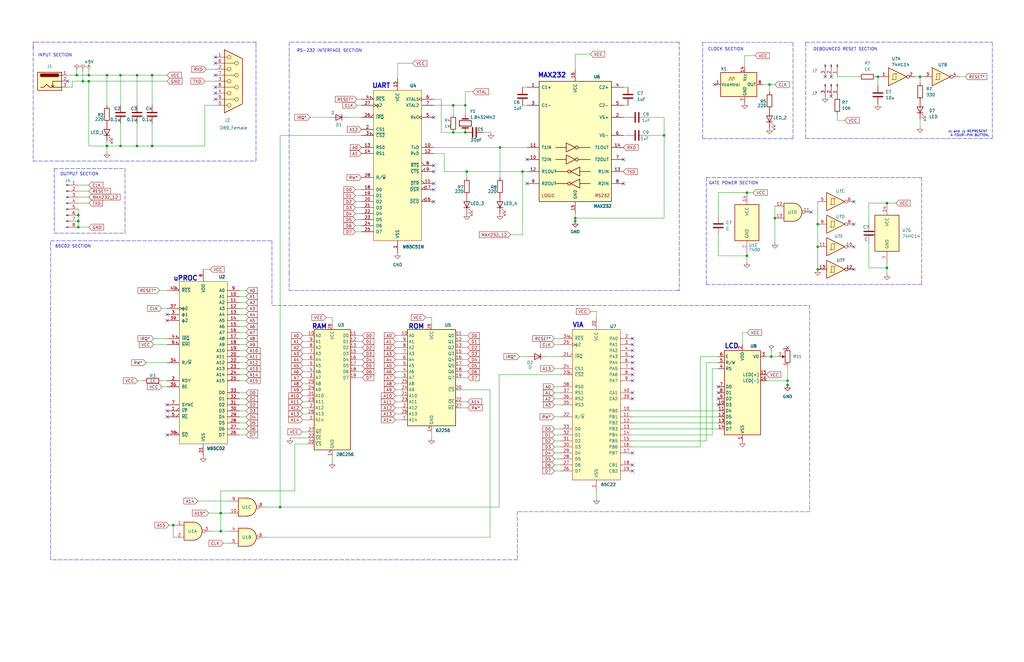
<source format=kicad_sch>
(kicad_sch (version 20211123) (generator eeschema)
  (paper "B")
  (title_block (title "1MHZ 8-BIT 6502 COMPUTER") (date "2024-01-21") (rev "1.5") (company "Tim Sanders") (comment 1 "Special thanks to Ben Eater."))
  (junction (at 374.015 85.725))
  (junction (at 37.465 31.75))
  (junction (at 242.57 93.345))
  (junction (at 37.465 34.29))
  (junction (at 242.57 92.075))
  (junction (at 118.11 213.995))
  (junction (at 280.035 57.15))
  (junction (at 32.385 31.75))
  (junction (at 64.135 61.595))
  (junction (at 196.85 72.39))
  (junction (at 45.085 61.595))
  (junction (at 370.205 32.385))
  (junction (at 45.085 31.75))
  (junction (at 93.091 224.155))
  (junction (at 387.985 32.385))
  (junction (at 93.091 216.535))
  (junction (at 33.02 95.885))
  (junction (at 50.8 31.75))
  (junction (at 196.215 44.45))
  (junction (at 344.805 104.14))
  (junction (at 324.485 35.687))
  (junction (at 374.015 113.03))
  (junction (at 220.345 72.39))
  (junction (at 57.785 61.595))
  (junction (at 73.025 221.615))
  (junction (at 344.805 94.615))
  (junction (at 325.247 150.495))
  (junction (at 344.805 113.665))
  (junction (at 57.785 31.75))
  (junction (at 33.02 93.345))
  (junction (at 314.96 107.95))
  (junction (at 332.105 160.655))
  (junction (at 34.925 34.29))
  (junction (at 191.135 44.45))
  (junction (at 33.02 90.805))
  (junction (at 326.771 92.075))
  (junction (at 191.135 55.88))
  (junction (at 64.135 31.75))
  (junction (at 196.215 55.88))
  (junction (at 210.82 62.23))
  (junction (at 332.105 162.433))
  (junction (at 50.8 61.595))
  (junction (at 314.96 81.28))
  (no_connect (at 182.88 49.53))
  (no_connect (at 222.25 67.31))
  (no_connect (at 302.895 170.815))
  (no_connect (at 266.7 198.755))
  (no_connect (at 342.011 89.535))
  (no_connect (at 266.7 142.875))
  (no_connect (at 28.575 34.29))
  (no_connect (at 70.485 132.715))
  (no_connect (at 302.895 165.735))
  (no_connect (at 350.52 40.64))
  (no_connect (at 266.7 155.575))
  (no_connect (at 262.89 77.47))
  (no_connect (at 266.7 145.415))
  (no_connect (at 70.485 170.815))
  (no_connect (at 182.88 85.09))
  (no_connect (at 360.045 94.615))
  (no_connect (at 266.7 196.215))
  (no_connect (at 266.7 158.115))
  (no_connect (at 182.88 69.85))
  (no_connect (at 266.7 168.275))
  (no_connect (at 266.7 160.655))
  (no_connect (at 301.371 35.687))
  (no_connect (at 332.105 146.685))
  (no_connect (at 347.98 32.385))
  (no_connect (at 360.045 104.14))
  (no_connect (at 302.895 163.195))
  (no_connect (at 182.88 77.47))
  (no_connect (at 90.805 26.67))
  (no_connect (at 350.52 32.385))
  (no_connect (at 70.485 173.355))
  (no_connect (at 360.045 113.665))
  (no_connect (at 90.805 24.13))
  (no_connect (at 266.7 153.035))
  (no_connect (at 90.805 36.83))
  (no_connect (at 90.805 31.75))
  (no_connect (at 302.895 168.275))
  (no_connect (at 266.7 147.955))
  (no_connect (at 262.89 67.31))
  (no_connect (at 70.485 135.255))
  (no_connect (at 90.805 39.37))
  (no_connect (at 266.7 165.735))
  (no_connect (at 266.7 191.135))
  (no_connect (at 70.485 175.895))
  (no_connect (at 222.25 77.47))
  (no_connect (at 360.045 85.09))
  (no_connect (at 182.88 80.01))
  (no_connect (at 182.88 72.39))
  (no_connect (at 90.805 41.91))
  (no_connect (at 266.7 150.495))
  (no_connect (at 70.485 183.515))
  (wire (pts (xy 129.921 169.545) (xy 127.635 169.545)))
  (wire (pts (xy 89.027 224.155) (xy 93.091 224.155)))
  (wire (pts (xy 28.575 31.75) (xy 32.385 31.75)))
  (wire (pts (xy 326.771 92.075) (xy 326.771 102.235)))
  (wire (pts (xy 152.4 87.63) (xy 149.86 87.63)))
  (wire (pts (xy 32.385 29.845) (xy 32.385 31.75)))
  (wire (pts (xy 194.691 159.385) (xy 197.231 159.385)))
  (wire (pts (xy 272.415 49.53) (xy 280.035 49.53)))
  (wire (pts (xy 251.587 131.445) (xy 249.047 131.445)))
  (wire (pts (xy 332.105 154.305) (xy 332.105 160.655)))
  (wire (pts (xy 186.055 41.91) (xy 186.055 55.88)))
  (wire (pts (xy 206.629 164.465) (xy 206.629 226.695)))
  (wire (pts (xy 100.965 150.495) (xy 103.759 150.495)))
  (wire (pts (xy 93.091 224.155) (xy 96.647 224.155)))
  (wire (pts (xy 100.965 155.575) (xy 103.759 155.575)))
  (wire (pts (xy 150.241 141.605) (xy 152.781 141.605)))
  (polyline (pts (xy 334.391 58.547) (xy 334.391 17.907)))
  (wire (pts (xy 220.345 36.83) (xy 222.25 36.83)))
  (polyline (pts (xy 121.92 114.935) (xy 121.92 122.555)))
  (polyline (pts (xy 114.681 128.905) (xy 341.376 128.905)))
  (wire (pts (xy 236.22 198.755) (xy 233.807 198.755)))
  (wire (pts (xy 169.291 174.625) (xy 166.751 174.625)))
  (wire (pts (xy 30.48 34.29) (xy 34.925 34.29)))
  (wire (pts (xy 33.02 93.345) (xy 33.02 95.885)))
  (wire (pts (xy 387.985 32.385) (xy 389.255 32.385)))
  (wire (pts (xy 118.11 57.15) (xy 118.11 213.995)))
  (wire (pts (xy 324.485 35.687) (xy 324.485 38.735)))
  (polyline (pts (xy 13.97 17.78) (xy 14.605 17.78)))
  (wire (pts (xy 93.091 207.137) (xy 93.091 216.535)))
  (wire (pts (xy 129.921 159.385) (xy 127.635 159.385)))
  (wire (pts (xy 100.965 170.815) (xy 103.759 170.815)))
  (polyline (pts (xy 121.92 17.78) (xy 121.92 22.225)))
  (wire (pts (xy 86.36 44.45) (xy 90.805 44.45)))
  (wire (pts (xy 58.039 160.655) (xy 60.579 160.655)))
  (wire (pts (xy 37.465 34.29) (xy 70.485 34.29)))
  (polyline (pts (xy 388.62 120.015) (xy 388.62 74.93)))
  (wire (pts (xy 34.925 34.29) (xy 37.465 34.29)))
  (wire (pts (xy 100.965 130.175) (xy 103.759 130.175)))
  (wire (pts (xy 45.085 31.75) (xy 45.085 44.45)))
  (wire (pts (xy 127.381 182.245) (xy 129.921 182.245)))
  (wire (pts (xy 150.495 44.45) (xy 152.4 44.45)))
  (wire (pts (xy 280.035 57.15) (xy 280.035 92.075)))
  (wire (pts (xy 50.8 31.75) (xy 50.8 44.45)))
  (polyline (pts (xy 52.705 98.425) (xy 52.705 91.44)))
  (polyline (pts (xy 13.97 19.685) (xy 13.97 67.945)))
  (wire (pts (xy 302.895 99.06) (xy 302.895 107.95)))
  (wire (pts (xy 236.22 186.055) (xy 233.807 186.055)))
  (wire (pts (xy 169.291 141.605) (xy 166.751 141.605)))
  (wire (pts (xy 152.4 95.25) (xy 149.86 95.25)))
  (wire (pts (xy 344.805 94.615) (xy 344.805 104.14)))
  (wire (pts (xy 210.82 62.23) (xy 222.25 62.23)))
  (wire (pts (xy 194.691 146.685) (xy 197.231 146.685)))
  (wire (pts (xy 236.22 193.675) (xy 233.807 193.675)))
  (wire (pts (xy 262.89 44.45) (xy 264.795 44.45)))
  (wire (pts (xy 30.48 36.83) (xy 28.575 36.83)))
  (wire (pts (xy 187.325 72.39) (xy 187.325 64.77)))
  (wire (pts (xy 196.85 72.39) (xy 187.325 72.39)))
  (polyline (pts (xy 107.95 17.78) (xy 13.97 17.78)))
  (wire (pts (xy 64.135 61.595) (xy 57.785 61.595)))
  (polyline (pts (xy 296.291 17.907) (xy 334.391 17.907)))
  (wire (pts (xy 387.985 50.165) (xy 387.985 53.34)))
  (wire (pts (xy 266.7 173.355) (xy 302.895 173.355)))
  (wire (pts (xy 152.4 97.79) (xy 149.86 97.79)))
  (polyline (pts (xy 21.336 145.415) (xy 21.336 236.22)))
  (wire (pts (xy 370.205 32.385) (xy 370.84 32.385)))
  (wire (pts (xy 150.241 156.845) (xy 152.781 156.845)))
  (wire (pts (xy 302.895 153.035) (xy 297.815 153.035)))
  (wire (pts (xy 93.091 216.535) (xy 93.091 224.155)))
  (wire (pts (xy 146.685 49.53) (xy 152.4 49.53)))
  (wire (pts (xy 57.785 31.75) (xy 57.785 44.45)))
  (polyline (pts (xy 13.97 67.945) (xy 107.95 67.945)))
  (wire (pts (xy 314.96 107.95) (xy 314.96 110.49)))
  (wire (pts (xy 196.85 72.39) (xy 196.85 74.93)))
  (wire (pts (xy 33.02 83.185) (xy 37.465 83.185)))
  (wire (pts (xy 366.395 85.725) (xy 374.015 85.725)))
  (wire (pts (xy 129.921 149.225) (xy 127.635 149.225)))
  (wire (pts (xy 57.785 52.07) (xy 57.785 61.595)))
  (wire (pts (xy 374.015 85.725) (xy 377.825 85.725)))
  (wire (pts (xy 150.241 151.765) (xy 152.781 151.765)))
  (polyline (pts (xy 296.291 17.907) (xy 296.291 58.547)))
  (wire (pts (xy 194.691 154.305) (xy 197.231 154.305)))
  (wire (pts (xy 272.415 57.15) (xy 280.035 57.15)))
  (polyline (pts (xy 22.86 98.425) (xy 52.705 98.425)))
  (wire (pts (xy 100.965 180.975) (xy 103.759 180.975)))
  (wire (pts (xy 314.96 106.68) (xy 314.96 107.95)))
  (polyline (pts (xy 286.385 114.935) (xy 286.385 122.555)))
  (wire (pts (xy 236.22 180.975) (xy 233.807 180.975)))
  (wire (pts (xy 33.02 90.805) (xy 33.02 93.345)))
  (wire (pts (xy 129.921 174.625) (xy 127.635 174.625)))
  (wire (pts (xy 194.691 169.545) (xy 197.231 169.545)))
  (wire (pts (xy 297.815 153.035) (xy 297.815 186.055)))
  (wire (pts (xy 169.291 144.145) (xy 166.751 144.145)))
  (wire (pts (xy 314.96 81.28) (xy 317.5 81.28)))
  (wire (pts (xy 353.06 50.8) (xy 356.235 50.8)))
  (wire (pts (xy 96.647 216.535) (xy 93.091 216.535)))
  (wire (pts (xy 196.215 44.45) (xy 191.135 44.45)))
  (wire (pts (xy 124.333 207.137) (xy 93.091 207.137)))
  (wire (pts (xy 64.77 142.875) (xy 70.485 142.875)))
  (polyline (pts (xy 339.725 58.42) (xy 418.465 58.42)))
  (wire (pts (xy 233.807 165.735) (xy 236.22 165.735)))
  (wire (pts (xy 220.345 72.39) (xy 196.85 72.39)))
  (wire (pts (xy 374.015 111.125) (xy 374.015 113.03)))
  (wire (pts (xy 251.46 133.985) (xy 251.587 131.445)))
  (wire (pts (xy 129.921 177.165) (xy 127.635 177.165)))
  (wire (pts (xy 325.247 150.495) (xy 328.295 150.495)))
  (wire (pts (xy 236.22 158.115) (xy 210.439 158.115)))
  (wire (pts (xy 152.4 85.09) (xy 149.86 85.09)))
  (polyline (pts (xy 418.465 58.42) (xy 418.465 17.78)))
  (wire (pts (xy 262.89 49.53) (xy 264.795 49.53)))
  (polyline (pts (xy 297.815 74.93) (xy 388.62 74.93)))
  (polyline (pts (xy 285.75 122.555) (xy 286.385 122.555)))
  (wire (pts (xy 100.965 168.275) (xy 103.759 168.275)))
  (wire (pts (xy 100.965 135.255) (xy 103.759 135.255)))
  (wire (pts (xy 33.02 80.645) (xy 37.465 80.645)))
  (wire (pts (xy 366.395 94.615) (xy 366.395 85.725)))
  (wire (pts (xy 129.921 156.845) (xy 127.635 156.845)))
  (wire (pts (xy 68.199 160.655) (xy 70.485 160.655)))
  (wire (pts (xy 386.08 32.385) (xy 387.985 32.385)))
  (polyline (pts (xy 339.725 17.78) (xy 418.465 17.78)))
  (wire (pts (xy 33.02 95.885) (xy 37.465 95.885)))
  (wire (pts (xy 86.36 61.595) (xy 64.135 61.595)))
  (wire (pts (xy 124.333 187.325) (xy 124.333 207.137)))
  (wire (pts (xy 169.291 161.925) (xy 166.751 161.925)))
  (wire (pts (xy 242.57 22.86) (xy 242.57 29.21)))
  (wire (pts (xy 181.991 133.985) (xy 181.991 136.525)))
  (wire (pts (xy 64.135 31.75) (xy 70.485 31.75)))
  (wire (pts (xy 64.77 145.415) (xy 70.485 145.415)))
  (wire (pts (xy 85.725 113.665) (xy 88.519 113.665)))
  (wire (pts (xy 129.921 141.605) (xy 127.635 141.605)))
  (wire (pts (xy 73.787 226.695) (xy 73.025 226.695)))
  (polyline (pts (xy 341.376 215.9) (xy 218.186 215.9)))
  (wire (pts (xy 302.895 107.95) (xy 314.96 107.95)))
  (wire (pts (xy 210.82 62.23) (xy 210.82 74.93)))
  (wire (pts (xy 129.921 154.305) (xy 127.635 154.305)))
  (wire (pts (xy 251.46 207.645) (xy 251.587 210.185)))
  (wire (pts (xy 369.57 32.385) (xy 370.205 32.385)))
  (wire (pts (xy 152.4 82.55) (xy 149.86 82.55)))
  (wire (pts (xy 100.965 125.095) (xy 103.759 125.095)))
  (polyline (pts (xy 286.385 122.555) (xy 285.75 122.555)))
  (wire (pts (xy 100.965 122.555) (xy 103.759 122.555)))
  (polyline (pts (xy 21.336 101.6) (xy 114.681 101.6)))
  (wire (pts (xy 179.451 133.985) (xy 181.991 133.985)))
  (wire (pts (xy 140.081 136.525) (xy 140.081 133.985)))
  (wire (pts (xy 67.31 122.555) (xy 70.485 122.555)))
  (wire (pts (xy 266.7 180.975) (xy 302.895 180.975)))
  (wire (pts (xy 332.105 160.655) (xy 332.105 162.433)))
  (wire (pts (xy 233.807 155.575) (xy 236.22 155.575)))
  (wire (pts (xy 100.965 158.115) (xy 103.759 158.115)))
  (wire (pts (xy 182.88 41.91) (xy 186.055 41.91)))
  (wire (pts (xy 45.085 61.595) (xy 45.085 64.135)))
  (wire (pts (xy 68.199 130.175) (xy 70.485 130.175)))
  (wire (pts (xy 150.495 41.91) (xy 152.4 41.91)))
  (wire (pts (xy 370.205 32.385) (xy 370.205 36.195)))
  (wire (pts (xy 314.071 23.495) (xy 314.071 28.067)))
  (wire (pts (xy 100.965 127.635) (xy 103.759 127.635)))
  (polyline (pts (xy 218.186 215.9) (xy 218.186 236.22)))
  (wire (pts (xy 100.965 165.735) (xy 103.759 165.735)))
  (wire (pts (xy 297.815 186.055) (xy 266.7 186.055)))
  (wire (pts (xy 182.88 44.45) (xy 191.135 44.45)))
  (wire (pts (xy 129.921 161.925) (xy 127.635 161.925)))
  (wire (pts (xy 33.02 88.265) (xy 33.02 90.805)))
  (wire (pts (xy 242.57 90.17) (xy 242.57 92.075)))
  (wire (pts (xy 33.02 85.725) (xy 37.465 85.725)))
  (wire (pts (xy 187.325 64.77) (xy 182.88 64.77)))
  (wire (pts (xy 57.785 61.595) (xy 50.8 61.595)))
  (wire (pts (xy 129.921 144.145) (xy 127.635 144.145)))
  (polyline (pts (xy 107.95 67.945) (xy 107.95 19.685)))
  (wire (pts (xy 169.291 159.385) (xy 166.751 159.385)))
  (wire (pts (xy 169.291 154.305) (xy 166.751 154.305)))
  (wire (pts (xy 194.691 144.145) (xy 197.231 144.145)))
  (polyline (pts (xy 22.86 71.12) (xy 52.705 71.12)))
  (wire (pts (xy 37.465 61.595) (xy 45.085 61.595)))
  (polyline (pts (xy 107.95 17.78) (xy 107.95 20.32)))
  (polyline (pts (xy 286.385 114.935) (xy 286.385 17.78)))
  (wire (pts (xy 191.135 44.45) (xy 191.135 48.26)))
  (wire (pts (xy 100.965 140.335) (xy 103.759 140.335)))
  (wire (pts (xy 61.595 153.035) (xy 70.485 153.035)))
  (wire (pts (xy 262.89 57.15) (xy 264.795 57.15)))
  (polyline (pts (xy 22.86 91.44) (xy 22.86 98.425)))
  (polyline (pts (xy 121.92 22.225) (xy 121.92 114.935)))
  (wire (pts (xy 73.025 221.615) (xy 73.787 221.615)))
  (wire (pts (xy 387.985 32.385) (xy 387.985 34.925)))
  (wire (pts (xy 236.22 196.215) (xy 233.807 196.215)))
  (polyline (pts (xy 121.92 122.555) (xy 286.385 122.555)))
  (wire (pts (xy 353.06 32.385) (xy 361.95 32.385)))
  (wire (pts (xy 194.691 141.605) (xy 197.231 141.605)))
  (wire (pts (xy 248.92 22.86) (xy 242.57 22.86)))
  (polyline (pts (xy 297.815 74.93) (xy 297.815 120.015)))
  (wire (pts (xy 129.921 172.085) (xy 127.635 172.085)))
  (wire (pts (xy 30.48 34.29) (xy 30.48 36.83)))
  (wire (pts (xy 169.291 169.545) (xy 166.751 169.545)))
  (wire (pts (xy 150.241 159.385) (xy 152.781 159.385)))
  (polyline (pts (xy 218.186 236.22) (xy 21.336 236.22)))
  (wire (pts (xy 222.25 72.39) (xy 220.345 72.39)))
  (wire (pts (xy 344.805 85.09) (xy 344.805 94.615)))
  (wire (pts (xy 169.291 149.225) (xy 166.751 149.225)))
  (wire (pts (xy 233.807 170.815) (xy 236.22 170.815)))
  (wire (pts (xy 169.291 151.765) (xy 166.751 151.765)))
  (wire (pts (xy 220.345 44.45) (xy 222.25 44.45)))
  (wire (pts (xy 152.4 57.15) (xy 118.11 57.15)))
  (wire (pts (xy 129.921 167.005) (xy 127.635 167.005)))
  (polyline (pts (xy 297.815 120.015) (xy 388.62 120.015)))
  (wire (pts (xy 325.247 148.209) (xy 325.247 150.495)))
  (wire (pts (xy 45.085 31.75) (xy 50.8 31.75)))
  (wire (pts (xy 318.389 23.495) (xy 314.071 23.495)))
  (wire (pts (xy 353.06 48.26) (xy 353.06 50.8)))
  (wire (pts (xy 169.291 156.845) (xy 166.751 156.845)))
  (wire (pts (xy 100.965 137.795) (xy 103.759 137.795)))
  (wire (pts (xy 71.247 221.615) (xy 73.025 221.615)))
  (wire (pts (xy 100.965 173.355) (xy 103.759 173.355)))
  (wire (pts (xy 100.965 160.655) (xy 103.759 160.655)))
  (wire (pts (xy 194.691 156.845) (xy 197.231 156.845)))
  (wire (pts (xy 315.087 140.335) (xy 313.055 140.335)))
  (wire (pts (xy 332.105 160.655) (xy 323.215 160.655)))
  (wire (pts (xy 196.215 38.735) (xy 196.215 44.45)))
  (wire (pts (xy 266.7 175.895) (xy 302.895 175.895)))
  (polyline (pts (xy 341.376 128.905) (xy 341.376 215.9)))
  (wire (pts (xy 233.807 142.875) (xy 236.22 142.875)))
  (wire (pts (xy 280.035 49.53) (xy 280.035 57.15)))
  (wire (pts (xy 300.355 183.515) (xy 300.355 155.575)))
  (wire (pts (xy 169.291 177.165) (xy 166.751 177.165)))
  (wire (pts (xy 203.835 55.88) (xy 207.01 55.88)))
  (wire (pts (xy 140.081 133.985) (xy 137.541 133.985)))
  (wire (pts (xy 220.345 99.06) (xy 220.345 72.39)))
  (wire (pts (xy 230.505 150.495) (xy 236.22 150.495)))
  (wire (pts (xy 326.771 86.995) (xy 326.771 92.075)))
  (wire (pts (xy 129.921 164.465) (xy 127.635 164.465)))
  (wire (pts (xy 236.22 188.595) (xy 233.807 188.595)))
  (wire (pts (xy 83.439 211.455) (xy 96.647 211.455)))
  (wire (pts (xy 323.215 150.495) (xy 325.247 150.495)))
  (wire (pts (xy 344.805 104.14) (xy 344.805 113.665)))
  (wire (pts (xy 129.921 187.325) (xy 124.333 187.325)))
  (wire (pts (xy 295.275 188.595) (xy 295.275 150.495)))
  (wire (pts (xy 50.8 61.595) (xy 45.085 61.595)))
  (wire (pts (xy 122.301 184.785) (xy 129.921 184.785)))
  (wire (pts (xy 233.807 163.195) (xy 236.22 163.195)))
  (wire (pts (xy 219.075 150.495) (xy 222.885 150.495)))
  (wire (pts (xy 404.495 32.385) (xy 407.035 32.385)))
  (wire (pts (xy 152.4 90.17) (xy 149.86 90.17)))
  (wire (pts (xy 152.4 92.71) (xy 149.86 92.71)))
  (wire (pts (xy 182.88 62.23) (xy 210.82 62.23)))
  (wire (pts (xy 169.291 167.005) (xy 166.751 167.005)))
  (polyline (pts (xy 21.336 144.78) (xy 21.336 101.6)))
  (wire (pts (xy 194.691 172.085) (xy 197.231 172.085)))
  (wire (pts (xy 150.241 149.225) (xy 152.781 149.225)))
  (wire (pts (xy 94.107 229.235) (xy 96.647 229.235)))
  (wire (pts (xy 242.57 92.075) (xy 280.035 92.075)))
  (wire (pts (xy 86.36 34.29) (xy 90.805 34.29)))
  (wire (pts (xy 266.7 178.435) (xy 302.895 178.435)))
  (polyline (pts (xy 13.97 19.685) (xy 13.97 17.78)))
  (wire (pts (xy 100.965 145.415) (xy 103.759 145.415)))
  (wire (pts (xy 100.965 153.035) (xy 103.759 153.035)))
  (wire (pts (xy 100.965 178.435) (xy 103.759 178.435)))
  (polyline (pts (xy 286.385 17.78) (xy 121.92 17.78)))
  (wire (pts (xy 86.36 44.45) (xy 86.36 61.595)))
  (polyline (pts (xy 52.705 71.12) (xy 52.705 92.075)))
  (wire (pts (xy 152.4 80.01) (xy 149.86 80.01)))
  (polyline (pts (xy 22.86 71.12) (xy 22.86 92.075)))
  (wire (pts (xy 169.291 172.085) (xy 166.751 172.085)))
  (wire (pts (xy 210.439 213.995) (xy 118.11 213.995)))
  (wire (pts (xy 118.11 213.995) (xy 111.887 213.995)))
  (polyline (pts (xy 296.291 58.547) (xy 334.391 58.547)))
  (wire (pts (xy 236.22 191.135) (xy 233.807 191.135)))
  (wire (pts (xy 150.241 154.305) (xy 152.781 154.305)))
  (wire (pts (xy 100.965 147.955) (xy 103.759 147.955)))
  (wire (pts (xy 100.965 132.715) (xy 103.759 132.715)))
  (wire (pts (xy 88.011 216.535) (xy 93.091 216.535)))
  (wire (pts (xy 100.965 183.515) (xy 103.759 183.515)))
  (wire (pts (xy 37.465 31.75) (xy 45.085 31.75)))
  (wire (pts (xy 236.22 183.515) (xy 233.807 183.515)))
  (wire (pts (xy 242.57 92.075) (xy 242.57 93.345)))
  (wire (pts (xy 186.055 55.88) (xy 191.135 55.88)))
  (wire (pts (xy 100.965 142.875) (xy 103.759 142.875)))
  (wire (pts (xy 140.081 192.405) (xy 140.081 194.945)))
  (wire (pts (xy 210.439 158.115) (xy 210.439 213.995)))
  (wire (pts (xy 64.135 31.75) (xy 64.135 44.45)))
  (wire (pts (xy 215.265 99.06) (xy 220.345 99.06)))
  (wire (pts (xy 302.895 81.28) (xy 314.96 81.28)))
  (wire (pts (xy 50.8 52.07) (xy 50.8 61.595)))
  (wire (pts (xy 181.991 182.245) (xy 181.991 184.785)))
  (wire (pts (xy 129.921 146.685) (xy 127.635 146.685)))
  (wire (pts (xy 33.02 78.105) (xy 37.465 78.105)))
  (wire (pts (xy 86.995 29.21) (xy 90.805 29.21)))
  (wire (pts (xy 130.81 49.53) (xy 139.065 49.53)))
  (wire (pts (xy 191.135 55.88) (xy 196.215 55.88)))
  (wire (pts (xy 129.921 151.765) (xy 127.635 151.765)))
  (wire (pts (xy 196.215 48.26) (xy 196.215 44.45)))
  (wire (pts (xy 324.485 35.687) (xy 326.771 35.687)))
  (wire (pts (xy 73.025 221.615) (xy 73.025 226.695)))
  (wire (pts (xy 262.89 36.83) (xy 264.795 36.83)))
  (wire (pts (xy 233.807 145.415) (xy 236.22 145.415)))
  (polyline (pts (xy 13.97 19.685) (xy 13.97 20.32)))
  (wire (pts (xy 194.691 151.765) (xy 197.231 151.765)))
  (wire (pts (xy 366.395 102.235) (xy 366.395 113.03)))
  (wire (pts (xy 100.965 175.895) (xy 103.759 175.895)))
  (wire (pts (xy 366.395 113.03) (xy 374.015 113.03)))
  (wire (pts (xy 233.807 168.275) (xy 236.22 168.275)))
  (wire (pts (xy 266.7 188.595) (xy 295.275 188.595)))
  (wire (pts (xy 37.465 34.29) (xy 37.465 61.595)))
  (polyline (pts (xy 339.725 17.78) (xy 339.725 58.42)))
  (wire (pts (xy 169.291 146.685) (xy 166.751 146.685)))
  (wire (pts (xy 266.7 183.515) (xy 300.355 183.515)))
  (wire (pts (xy 57.785 31.75) (xy 64.135 31.75)))
  (wire (pts (xy 68.199 163.195) (xy 70.485 163.195)))
  (wire (pts (xy 194.691 164.465) (xy 206.629 164.465)))
  (wire (pts (xy 300.355 155.575) (xy 302.895 155.575)))
  (wire (pts (xy 167.64 26.67) (xy 167.64 33.02)))
  (wire (pts (xy 199.39 38.735) (xy 196.215 38.735)))
  (wire (pts (xy 34.925 29.845) (xy 34.925 34.29)))
  (wire (pts (xy 302.895 91.44) (xy 302.895 81.28)))
  (wire (pts (xy 313.055 140.335) (xy 313.055 145.415)))
  (polyline (pts (xy 114.681 101.6) (xy 114.681 128.905)))
  (wire (pts (xy 150.241 146.685) (xy 152.781 146.685)))
  (wire (pts (xy 37.465 29.845) (xy 37.465 31.75)))
  (wire (pts (xy 64.135 52.07) (xy 64.135 61.595)))
  (wire (pts (xy 233.807 175.895) (xy 236.22 175.895)))
  (wire (pts (xy 194.691 149.225) (xy 197.231 149.225)))
  (wire (pts (xy 321.691 35.687) (xy 324.485 35.687)))
  (wire (pts (xy 206.629 226.695) (xy 111.887 226.695)))
  (wire (pts (xy 173.99 26.67) (xy 167.64 26.67)))
  (wire (pts (xy 374.015 113.03) (xy 374.015 115.57)))
  (wire (pts (xy 169.291 164.465) (xy 166.751 164.465)))
  (wire (pts (xy 295.275 150.495) (xy 302.895 150.495)))
  (wire (pts (xy 50.8 31.75) (xy 57.785 31.75)))
  (wire (pts (xy 150.241 144.145) (xy 152.781 144.145)))
  (wire (pts (xy 32.385 31.75) (xy 37.465 31.75)))
  (wire (pts (xy 45.085 59.69) (xy 45.085 61.595)))
  (text "UART" (at 156.845 37.465 0) (effects (font (size 2 2) bold) (justify left bottom)))
  (text "OUTPUT SECTION" (at 25.4 74.295 0) (effects (font (size 1.27 1.27)) (justify left bottom)))
  (text "CLOCK SECTION" (at 298.45 21.59 0) (effects (font (size 1.27 1.27)) (justify left bottom)))
  (text "65C02 SECTION" (at 23.241 104.775 0) (effects (font (size 1.27 1.27)) (justify left bottom)))
  (text "INPUT SECTION" (at 15.875 24.13 0) (effects (font (size 1.27 1.27)) (justify left bottom)))
  (text "MAX232" (at 226.695 33.02 0) (effects (font (size 2 2) bold) (justify left bottom)))
  (text "GATE POWER SECTION" (at 298.831 78.105 0) (effects (font (size 1.27 1.27)) (justify left bottom)))
  (text "RAM" (at 131.445 139.065 0) (effects (font (size 2 2) bold) (justify left bottom)))
  (text "Jx and Jy REPRESENT \nA FOUR-PIN BUTTON." (at 417.195 57.785 180) (effects (font (size 1 1)) (justify right bottom)))
  (text "ROM" (at 172.085 139.065 0) (effects (font (size 2 2) bold) (justify left bottom)))
  (text "uPROC" (at 73.025 118.745 0) (effects (font (size 2 2) bold) (justify left bottom)))
  (text "DEBOUNCED RESET SECTION" (at 342.9 21.59 0) (effects (font (size 1.27 1.27)) (justify left bottom)))
  (text "RS-232 INTERFACE SECTION\n" (at 125.095 22.225 0) (effects (font (size 1.27 1.27)) (justify left bottom)))
  (text "LCD" (at 305.435 147.32 0) (effects (font (size 2 2) bold) (justify left bottom)))
  (text "VIA" (at 241.3 138.43 0) (effects (font (size 2 2) bold) (justify left bottom)))
  (global_label "A15" (shape input) (at 71.247 221.615 180) (property "Intersheet References" "${INTERSHEET_REFS}" (effects hide)))
  (global_label "A11" (shape input) (at 127.635 169.545 180) (property "Intersheet References" "${INTERSHEET_REFS}" (effects hide)))
  (global_label "D3" (shape input) (at 149.86 87.63 180) (property "Intersheet References" "${INTERSHEET_REFS}" (effects hide)))
  (global_label "D0" (shape input) (at 233.807 180.975 180) (property "Intersheet References" "${INTERSHEET_REFS}" (effects hide)))
  (global_label "A11" (shape input) (at 166.751 169.545 180) (property "Intersheet References" "${INTERSHEET_REFS}" (effects hide)))
  (global_label "A2" (shape input) (at 103.759 127.635 0) (property "Intersheet References" "${INTERSHEET_REFS}" (effects hide)))
  (global_label "VCC" (shape input) (at 68.199 163.195 180) (property "Intersheet References" "${INTERSHEET_REFS}" (effects hide)))
  (global_label "RESET*" (shape input) (at 150.495 41.91 180) (property "Intersheet References" "${INTERSHEET_REFS}" (effects hide)))
  (global_label "CLK" (shape input) (at 150.495 44.45 180) (property "Intersheet References" "${INTERSHEET_REFS}" (effects hide)))
  (global_label "VCC" (shape input) (at 88.519 113.665 0) (property "Intersheet References" "${INTERSHEET_REFS}" (effects hide)))
  (global_label "A6" (shape input) (at 103.759 137.795 0) (property "Intersheet References" "${INTERSHEET_REFS}" (effects hide)))
  (global_label "D4" (shape input) (at 103.759 175.895 0) (property "Intersheet References" "${INTERSHEET_REFS}" (effects hide)))
  (global_label "CLK" (shape input) (at 326.771 35.687 0) (property "Intersheet References" "${INTERSHEET_REFS}" (effects hide)))
  (global_label "RESET*" (shape input) (at 67.31 122.555 180) (property "Intersheet References" "${INTERSHEET_REFS}" (effects hide)))
  (global_label "D3" (shape input) (at 197.231 149.225 0) (property "Intersheet References" "${INTERSHEET_REFS}" (effects hide)))
  (global_label "D5" (shape input) (at 233.807 193.675 180) (property "Intersheet References" "${INTERSHEET_REFS}" (effects hide)))
  (global_label "VCC" (shape input) (at 315.087 140.335 0) (property "Intersheet References" "${INTERSHEET_REFS}" (effects hide)))
  (global_label "MAX232_12" (shape input) (at 215.265 99.06 180) (property "Intersheet References" "${INTERSHEET_REFS}" (effects hide)))
  (global_label "D6" (shape input) (at 197.231 156.845 0) (property "Intersheet References" "${INTERSHEET_REFS}" (effects hide)))
  (global_label "A3" (shape input) (at 166.751 149.225 180) (property "Intersheet References" "${INTERSHEET_REFS}" (effects hide)))
  (global_label "A0" (shape input) (at 127.635 141.605 180) (property "Intersheet References" "${INTERSHEET_REFS}" (effects hide)))
  (global_label "D6" (shape input) (at 233.807 196.215 180) (property "Intersheet References" "${INTERSHEET_REFS}" (effects hide)))
  (global_label "RESET*" (shape input) (at 407.035 32.385 0) (property "Intersheet References" "${INTERSHEET_REFS}" (effects hide)))
  (global_label "RXD" (shape input) (at 262.89 62.23 0) (property "Intersheet References" "${INTERSHEET_REFS}" (effects hide)))
  (global_label "A1" (shape input) (at 152.4 64.77 180) (property "Intersheet References" "${INTERSHEET_REFS}" (effects hide)))
  (global_label "A10" (shape input) (at 103.759 147.955 0) (property "Intersheet References" "${INTERSHEET_REFS}" (effects hide)))
  (global_label "A5" (shape input) (at 103.759 135.255 0) (property "Intersheet References" "${INTERSHEET_REFS}" (effects hide)))
  (global_label "IRQ*" (shape input) (at 219.075 150.495 180) (property "Intersheet References" "${INTERSHEET_REFS}" (effects hide)))
  (global_label "VCC" (shape input) (at 179.451 133.985 180) (property "Intersheet References" "${INTERSHEET_REFS}" (effects hide)))
  (global_label "CLK" (shape input) (at 68.199 130.175 180) (property "Intersheet References" "${INTERSHEET_REFS}" (effects hide)))
  (global_label "VCC" (shape input) (at 377.825 85.725 0) (property "Intersheet References" "${INTERSHEET_REFS}" (effects hide)))
  (global_label "A3" (shape input) (at 127.635 149.225 180) (property "Intersheet References" "${INTERSHEET_REFS}" (effects hide)))
  (global_label "GND" (shape input) (at 37.465 95.885 0) (property "Intersheet References" "${INTERSHEET_REFS}" (effects hide)))
  (global_label "RXD" (shape input) (at 86.995 29.21 180) (property "Intersheet References" "${INTERSHEET_REFS}" (effects hide)))
  (global_label "D0" (shape input) (at 149.86 80.01 180) (property "Intersheet References" "${INTERSHEET_REFS}" (effects hide)))
  (global_label "VCC" (shape input) (at 58.039 160.655 180) (property "Intersheet References" "${INTERSHEET_REFS}" (effects hide)))
  (global_label "VCC" (shape input) (at 127.381 182.245 180) (property "Intersheet References" "${INTERSHEET_REFS}" (effects hide)))
  (global_label "VCC" (shape input) (at 317.5 81.28 0) (property "Intersheet References" "${INTERSHEET_REFS}" (effects hide)))
  (global_label "VCC" (shape input) (at 173.99 26.67 0) (property "Intersheet References" "${INTERSHEET_REFS}" (effects hide)))
  (global_label "A11" (shape input) (at 103.759 150.495 0) (property "Intersheet References" "${INTERSHEET_REFS}" (effects hide)))
  (global_label "CLK" (shape input) (at 94.107 229.235 180) (property "Intersheet References" "${INTERSHEET_REFS}" (effects hide)))
  (global_label "A4" (shape input) (at 127.635 151.765 180) (property "Intersheet References" "${INTERSHEET_REFS}" (effects hide)))
  (global_label "D4" (shape input) (at 197.231 151.765 0) (property "Intersheet References" "${INTERSHEET_REFS}" (effects hide)))
  (global_label "CLK" (shape input) (at 233.807 145.415 180) (property "Intersheet References" "${INTERSHEET_REFS}" (effects hide)))
  (global_label "A1" (shape input) (at 166.751 144.145 180) (property "Intersheet References" "${INTERSHEET_REFS}" (effects hide)))
  (global_label "D5" (shape input) (at 103.759 178.435 0) (property "Intersheet References" "${INTERSHEET_REFS}" (effects hide)))
  (global_label "GND" (shape input) (at 70.485 34.29 0) (property "Intersheet References" "${INTERSHEET_REFS}" (effects hide)))
  (global_label "A3" (shape input) (at 233.807 170.815 180) (property "Intersheet References" "${INTERSHEET_REFS}" (effects hide)))
  (global_label "A13" (shape input) (at 127.635 174.625 180) (property "Intersheet References" "${INTERSHEET_REFS}" (effects hide)))
  (global_label "D7" (shape input) (at 152.781 159.385 0) (property "Intersheet References" "${INTERSHEET_REFS}" (effects hide)))
  (global_label "D5" (shape input) (at 149.86 92.71 180) (property "Intersheet References" "${INTERSHEET_REFS}" (effects hide)))
  (global_label "TXD" (shape input) (at 37.465 85.725 0) (property "Intersheet References" "${INTERSHEET_REFS}" (effects hide)))
  (global_label "A0" (shape input) (at 152.4 62.23 180) (property "Intersheet References" "${INTERSHEET_REFS}" (effects hide)))
  (global_label "D6" (shape input) (at 152.781 156.845 0) (property "Intersheet References" "${INTERSHEET_REFS}" (effects hide)))
  (global_label "D2" (shape input) (at 233.807 186.055 180) (property "Intersheet References" "${INTERSHEET_REFS}" (effects hide)))
  (global_label "D1" (shape input) (at 233.807 183.515 180) (property "Intersheet References" "${INTERSHEET_REFS}" (effects hide)))
  (global_label "D2" (shape input) (at 152.781 146.685 0) (property "Intersheet References" "${INTERSHEET_REFS}" (effects hide)))
  (global_label "A15" (shape input) (at 103.759 160.655 0) (property "Intersheet References" "${INTERSHEET_REFS}" (effects hide)))
  (global_label "A4" (shape input) (at 103.759 132.715 0) (property "Intersheet References" "${INTERSHEET_REFS}" (effects hide)))
  (global_label "D5" (shape input) (at 197.231 154.305 0) (property "Intersheet References" "${INTERSHEET_REFS}" (effects hide)))
  (global_label "D4" (shape input) (at 152.781 151.765 0) (property "Intersheet References" "${INTERSHEET_REFS}" (effects hide)))
  (global_label "A1" (shape input) (at 127.635 144.145 180) (property "Intersheet References" "${INTERSHEET_REFS}" (effects hide)))
  (global_label "A13" (shape input) (at 103.759 155.575 0) (property "Intersheet References" "${INTERSHEET_REFS}" (effects hide)))
  (global_label "D4" (shape input) (at 149.86 90.17 180) (property "Intersheet References" "${INTERSHEET_REFS}" (effects hide)))
  (global_label "A12" (shape input) (at 152.4 54.61 180) (property "Intersheet References" "${INTERSHEET_REFS}" (effects hide)))
  (global_label "RW*" (shape input) (at 61.595 153.035 180) (property "Intersheet References" "${INTERSHEET_REFS}" (effects hide)))
  (global_label "A2" (shape input) (at 233.807 168.275 180) (property "Intersheet References" "${INTERSHEET_REFS}" (effects hide)))
  (global_label "D6" (shape input) (at 149.86 95.25 180) (property "Intersheet References" "${INTERSHEET_REFS}" (effects hide)))
  (global_label "A0" (shape input) (at 166.751 141.605 180) (property "Intersheet References" "${INTERSHEET_REFS}" (effects hide)))
  (global_label "VCC" (shape input) (at 248.92 22.86 0) (property "Intersheet References" "${INTERSHEET_REFS}" (effects hide)))
  (global_label "A7" (shape input) (at 127.635 159.385 180) (property "Intersheet References" "${INTERSHEET_REFS}" (effects hide)))
  (global_label "A14" (shape input) (at 166.751 177.165 180) (property "Intersheet References" "${INTERSHEET_REFS}" (effects hide)))
  (global_label "A7" (shape input) (at 103.759 140.335 0) (property "Intersheet References" "${INTERSHEET_REFS}" (effects hide)))
  (global_label "VCC" (shape input) (at 70.485 31.75 0) (property "Intersheet References" "${INTERSHEET_REFS}" (effects hide)))
  (global_label "TXD" (shape input) (at 86.36 34.29 180) (property "Intersheet References" "${INTERSHEET_REFS}" (effects hide)))
  (global_label "D2" (shape input) (at 197.231 146.685 0) (property "Intersheet References" "${INTERSHEET_REFS}" (effects hide)))
  (global_label "VCC" (shape input) (at 356.235 50.8 0) (property "Intersheet References" "${INTERSHEET_REFS}" (effects hide)))
  (global_label "IRQ*" (shape input) (at 64.77 142.875 180) (property "Intersheet References" "${INTERSHEET_REFS}" (effects hide)))
  (global_label "A2" (shape input) (at 127.635 146.685 180) (property "Intersheet References" "${INTERSHEET_REFS}" (effects hide)))
  (global_label "D1" (shape input) (at 149.86 82.55 180) (property "Intersheet References" "${INTERSHEET_REFS}" (effects hide)))
  (global_label "A5" (shape input) (at 166.751 154.305 180) (property "Intersheet References" "${INTERSHEET_REFS}" (effects hide)))
  (global_label "A6" (shape input) (at 166.751 156.845 180) (property "Intersheet References" "${INTERSHEET_REFS}" (effects hide)))
  (global_label "A9" (shape input) (at 127.635 164.465 180) (property "Intersheet References" "${INTERSHEET_REFS}" (effects hide)))
  (global_label "A12" (shape input) (at 166.751 172.085 180) (property "Intersheet References" "${INTERSHEET_REFS}" (effects hide)))
  (global_label "A14" (shape input) (at 197.231 169.545 0) (property "Intersheet References" "${INTERSHEET_REFS}" (effects hide)))
  (global_label "A12" (shape input) (at 127.635 172.085 180) (property "Intersheet References" "${INTERSHEET_REFS}" (effects hide)))
  (global_label "D0" (shape input) (at 103.759 165.735 0) (property "Intersheet References" "${INTERSHEET_REFS}" (effects hide)))
  (global_label "A15*" (shape input) (at 88.011 216.535 180) (property "Intersheet References" "${INTERSHEET_REFS}" (effects hide)))
  (global_label "D4" (shape input) (at 233.807 191.135 180) (property "Intersheet References" "${INTERSHEET_REFS}" (effects hide)))
  (global_label "A9" (shape input) (at 103.759 145.415 0) (property "Intersheet References" "${INTERSHEET_REFS}" (effects hide)))
  (global_label "XTAL" (shape input) (at 199.39 38.735 0) (property "Intersheet References" "${INTERSHEET_REFS}" (effects hide)))
  (global_label "D2" (shape input) (at 103.759 170.815 0) (property "Intersheet References" "${INTERSHEET_REFS}" (effects hide)))
  (global_label "A14" (shape input) (at 127.635 177.165 180) (property "Intersheet References" "${INTERSHEET_REFS}" (effects hide)))
  (global_label "D0" (shape input) (at 197.231 141.605 0) (property "Intersheet References" "${INTERSHEET_REFS}" (effects hide)))
  (global_label "A3" (shape input) (at 103.759 130.175 0) (property "Intersheet References" "${INTERSHEET_REFS}" (effects hide)))
  (global_label "D3" (shape input) (at 152.781 149.225 0) (property "Intersheet References" "${INTERSHEET_REFS}" (effects hide)))
  (global_label "VCC" (shape input) (at 249.047 131.445 180) (property "Intersheet References" "${INTERSHEET_REFS}" (effects hide)))
  (global_label "A14" (shape input) (at 103.759 158.115 0) (property "Intersheet References" "${INTERSHEET_REFS}" (effects hide)))
  (global_label "TXD" (shape input) (at 262.89 72.39 0) (property "Intersheet References" "${INTERSHEET_REFS}" (effects hide)))
  (global_label "A14" (shape input) (at 83.439 211.455 180) (property "Intersheet References" "${INTERSHEET_REFS}" (effects hide)))
  (global_label "A0" (shape input) (at 103.759 122.555 0) (property "Intersheet References" "${INTERSHEET_REFS}" (effects hide)))
  (global_label "D0" (shape input) (at 152.781 141.605 0) (property "Intersheet References" "${INTERSHEET_REFS}" (effects hide)))
  (global_label "A8" (shape input) (at 166.751 161.925 180) (property "Intersheet References" "${INTERSHEET_REFS}" (effects hide)))
  (global_label "D3" (shape input) (at 233.807 188.595 180) (property "Intersheet References" "${INTERSHEET_REFS}" (effects hide)))
  (global_label "A10" (shape input) (at 127.635 167.005 180) (property "Intersheet References" "${INTERSHEET_REFS}" (effects hide)))
  (global_label "A4" (shape input) (at 166.751 151.765 180) (property "Intersheet References" "${INTERSHEET_REFS}" (effects hide)))
  (global_label "A1" (shape input) (at 103.759 125.095 0) (property "Intersheet References" "${INTERSHEET_REFS}" (effects hide)))
  (global_label "D3" (shape input) (at 103.759 173.355 0) (property "Intersheet References" "${INTERSHEET_REFS}" (effects hide)))
  (global_label "D7" (shape input) (at 197.231 159.385 0) (property "Intersheet References" "${INTERSHEET_REFS}" (effects hide)))
  (global_label "D5" (shape input) (at 152.781 154.305 0) (property "Intersheet References" "${INTERSHEET_REFS}" (effects hide)))
  (global_label "RW*" (shape input) (at 197.231 172.085 0) (property "Intersheet References" "${INTERSHEET_REFS}" (effects hide)))
  (global_label "IRQ*" (shape input) (at 130.81 49.53 180) (property "Intersheet References" "${INTERSHEET_REFS}" (effects hide)))
  (global_label "RESET*" (shape input) (at 37.465 80.645 0) (property "Intersheet References" "${INTERSHEET_REFS}" (effects hide)))
  (global_label "A1" (shape input) (at 233.807 165.735 180) (property "Intersheet References" "${INTERSHEET_REFS}" (effects hide)))
  (global_label "D6" (shape input) (at 103.759 180.975 0) (property "Intersheet References" "${INTERSHEET_REFS}" (effects hide)))
  (global_label "MAX232_12" (shape input) (at 37.465 83.185 0) (property "Intersheet References" "${INTERSHEET_REFS}" (effects hide)))
  (global_label "VCC" (shape input) (at 64.77 145.415 180) (property "Intersheet References" "${INTERSHEET_REFS}" (effects hide)))
  (global_label "VCC" (shape input) (at 137.541 133.985 180) (property "Intersheet References" "${INTERSHEET_REFS}" (effects hide)))
  (global_label "A8" (shape input) (at 103.759 142.875 0) (property "Intersheet References" "${INTERSHEET_REFS}" (effects hide)))
  (global_label "D7" (shape input) (at 149.86 97.79 180) (property "Intersheet References" "${INTERSHEET_REFS}" (effects hide)))
  (global_label "A13" (shape input) (at 233.807 155.575 180) (property "Intersheet References" "${INTERSHEET_REFS}" (effects hide)))
  (global_label "A0" (shape input) (at 233.807 163.195 180) (property "Intersheet References" "${INTERSHEET_REFS}" (effects hide)))
  (global_label "A12" (shape input) (at 103.759 153.035 0) (property "Intersheet References" "${INTERSHEET_REFS}" (effects hide)))
  (global_label "D1" (shape input) (at 152.781 144.145 0) (property "Intersheet References" "${INTERSHEET_REFS}" (effects hide)))
  (global_label "CLK" (shape input) (at 37.465 78.105 0) (property "Intersheet References" "${INTERSHEET_REFS}" (effects hide)))
  (global_label "RW*" (shape input) (at 233.807 175.895 180) (property "Intersheet References" "${INTERSHEET_REFS}" (effects hide)))
  (global_label "RESET*" (shape input) (at 233.807 142.875 180) (property "Intersheet References" "${INTERSHEET_REFS}" (effects hide)))
  (global_label "VCC" (shape input) (at 318.389 23.495 0) (property "Intersheet References" "${INTERSHEET_REFS}" (effects hide)))
  (global_label "A13" (shape input) (at 166.751 174.625 180) (property "Intersheet References" "${INTERSHEET_REFS}" (effects hide)))
  (global_label "A6" (shape input) (at 127.635 156.845 180) (property "Intersheet References" "${INTERSHEET_REFS}" (effects hide)))
  (global_label "D2" (shape input) (at 149.86 85.09 180) (property "Intersheet References" "${INTERSHEET_REFS}" (effects hide)))
  (global_label "A9" (shape input) (at 166.751 164.465 180) (property "Intersheet References" "${INTERSHEET_REFS}" (effects hide)))
  (global_label "A5" (shape input) (at 127.635 154.305 180) (property "Intersheet References" "${INTERSHEET_REFS}" (effects hide)))
  (global_label "D7" (shape input) (at 233.807 198.755 180) (property "Intersheet References" "${INTERSHEET_REFS}" (effects hide)))
  (global_label "D1" (shape input) (at 197.231 144.145 0) (property "Intersheet References" "${INTERSHEET_REFS}" (effects hide)))
  (global_label "A2" (shape input) (at 166.751 146.685 180) (property "Intersheet References" "${INTERSHEET_REFS}" (effects hide)))
  (global_label "VCC" (shape input) (at 323.215 158.115 0) (property "Intersheet References" "${INTERSHEET_REFS}" (effects hide)))
  (global_label "A10" (shape input) (at 166.751 167.005 180) (property "Intersheet References" "${INTERSHEET_REFS}" (effects hide)))
  (global_label "D7" (shape input) (at 103.759 183.515 0) (property "Intersheet References" "${INTERSHEET_REFS}" (effects hide)))
  (global_label "A8" (shape input) (at 127.635 161.925 180) (property "Intersheet References" "${INTERSHEET_REFS}" (effects hide)))
  (global_label "A7" (shape input) (at 166.751 159.385 180) (property "Intersheet References" "${INTERSHEET_REFS}" (effects hide)))
  (global_label "RW*" (shape input) (at 152.4 74.93 180) (property "Intersheet References" "${INTERSHEET_REFS}" (effects hide)))
  (global_label "D1" (shape input) (at 103.759 168.275 0) (property "Intersheet References" "${INTERSHEET_REFS}" (effects hide)))
  (symbol (lib_id "Device:LED") (at 324.485 50.165 90) (unit 1)
    (property "Reference" "LED_2" (at 326.009 49.657 90) (effects (justify right)))
    (property "Value" "LED" (effects hide))
    (property "Footprint" "LED_THT:LED_D5.0mm" (effects hide))
  )
  (symbol (lib_id "74xx:7400") (at 104.267 226.695 0) (unit 2)
    (property "Reference" "U1" (at 104.013 226.695 0))
    (property "Value" "7400" (effects hide))
    (property "Footprint" "Package_DIP:DIP-14_W7.62mm_Socket" (effects hide))
    (property "Datasheet" "http://www.ti.com/lit/gpn/sn7400" (effects hide))
  )
  (symbol (lib_id "power:GND") (at 251.587 210.185 0) (unit 1)
    (property "Reference" "#PWR012" (effects hide))
    (property "Value" "GND" (effects hide))
  )
  (symbol (lib_id "74xx:7400") (at 334.391 89.535 0) (unit 4)
    (property "Reference" "U1" (at 334.137 89.535 0))
    (property "Value" "7400" (effects hide))
    (property "Footprint" "Package_DIP:DIP-14_W7.62mm_Socket" (effects hide))
    (property "Datasheet" "http://www.ti.com/lit/gpn/sn7400" (effects hide))
  )
  (symbol (lib_id "Device:Crystal") (at 196.215 52.07 90) (unit 1)
    (property "Reference" "Y1" (at 198.12 46.99 90) (effects (justify right)))
    (property "Value" "1.8432MHZ" (at 198.12 49.53 90) (effects (justify right)))
    (property "Footprint" "Crystal:Crystal_HC18-U_Vertical" (effects hide))
  )
  (symbol (lib_id "Device:C") (at 366.395 98.425 0) (unit 1)
    (property "Reference" "C?" (at 363.855 95.885 0) (effects (justify left)))
    (property "Value" "C" (at 364.49 100.965 0) (effects (justify left)))
  )
  (symbol (lib_id "power:GND") (at 85.725 192.405 0) (unit 1)
    (property "Reference" "#PWR04" (effects hide))
    (property "Value" "GND" (effects hide))
  )
  (symbol (lib_id "power:GND") (at 324.485 53.975 0) (unit 1)
    (property "Reference" "#PWR016" (effects hide))
    (property "Value" "GND" (effects hide))
  )
  (symbol (lib_id "Memory_RAM:CY62256-70PC") (at 181.991 159.385 0) (unit 1)
    (property "Reference" "U5" (at 187.325 137.16 0) (effects (font bold) (justify left)))
    (property "Value" "62256" (at 183.515 181.61 0) (effects (font bold) (justify left)))
    (property "Footprint" "Socket:DIP_Socket-28_W11.9_W12.7_W15.24_W17.78_W18.5_3M_228-1277-00-0602J" (effects hide))
    (property "Datasheet" "https://ecee.colorado.edu/~mcclurel/Cypress_SRAM_CY62256.pdf" (effects hide))
  )
  (symbol (lib_id "power:GND") (at 196.85 90.17 0) (unit 1)
    (property "Reference" "#PWR0101" (effects hide))
    (property "Value" "GND" (effects hide))
  )
  (symbol (lib_id "Oscillator:GTXO-S14V") (at 314.071 35.687 0) (unit 1)
    (property "Reference" "X1" (at 305.181 29.083 0))
    (property "Value" "GTXO-S14V" (effects hide))
    (property "Footprint" "Oscillator:Oscillator_DIP-14" (effects hide))
    (property "Datasheet" "http://www.golledge.com/pdf/products/tcxos/gtxos14.pdf" (effects hide))
  )
  (symbol (lib_id "74xx:74HC14") (at 352.425 94.615 0) (unit 4)
    (property "Reference" "U?" (at 354.33 91.44 0))
    (property "Value" "74HC14" (effects hide))
    (property "Datasheet" "http://www.ti.com/lit/gpn/sn74HC14" (effects hide))
  )
  (symbol (lib_id "power:PWR_FLAG") (at 325.247 148.209 0) (unit 1)
    (property "Reference" "#FLG03" (effects hide))
    (property "Value" "PWR_FLAG" (effects hide))
  )
  (symbol (lib_id "Device:LED") (at 45.085 55.88 90) (unit 1)
    (property "Reference" "LED_1" (at 38.1 55.88 90) (effects (justify right)))
    (property "Value" "LED" (effects hide))
    (property "Footprint" "LED_THT:LED_D5.0mm" (effects hide))
  )
  (symbol (lib_id "65xx:W65C51NxP") (at 167.64 69.85 0) (unit 1)
    (property "Reference" "U4" (at 172.72 36.195 0) (effects (font bold) (justify left)))
    (property "Value" "W65C51N" (at 169.545 104.14 0) (effects (font bold italic) (justify left)))
    (property "Footprint" "Package_DIP:DIP-28_W15.24mm_Socket" (effects hide))
    (property "Datasheet" "http://www.westerndesigncenter.com/wdc/documentation/w65c51n.pdf" (effects hide))
  )
  (symbol (lib_id "Device:LED") (at 210.82 86.36 90) (unit 1)
    (property "Reference" "LED_4" (at 212.344 85.852 90) (effects (justify right)))
    (property "Value" "LED" (effects hide))
    (property "Footprint" "LED_THT:LED_D5.0mm" (effects hide))
  )
  (symbol (lib_id "74xx:74HC14") (at 352.425 104.14 0) (unit 5)
    (property "Reference" "U?" (at 353.695 99.695 0))
    (property "Value" "74HC14" (effects hide))
    (property "Datasheet" "http://www.ti.com/lit/gpn/sn74HC14" (effects hide))
  )
  (symbol (lib_id "Device:C") (at 57.785 48.26 0) (unit 1)
    (property "Reference" "C3" (at 55.0926 45.8216 0) (effects (justify left)))
    (property "Value" "0.1u" (at 53.4162 50.4444 0) (effects (justify left)))
    (property "Footprint" "Capacitor_THT:C_Disc_D5.0mm_W2.5mm_P5.00mm" (effects hide))
  )
  (symbol (lib_id "74xx:7400") (at 314.96 93.98 0) (unit 5)
    (property "Reference" "U1" (at 315.595 103.505 0) (effects (justify left)))
    (property "Value" "7400" (at 315.595 105.41 0) (effects (justify left)))
    (property "Footprint" "Package_DIP:DIP-14_W7.62mm_Socket" (effects hide))
    (property "Datasheet" "http://www.ti.com/lit/gpn/sn7400" (effects hide))
  )
  (symbol (lib_id "74xx:74HC14") (at 352.425 85.09 0) (unit 3)
    (property "Reference" "U?" (at 354.33 80.645 0))
    (property "Value" "74HC14" (effects hide))
    (property "Datasheet" "http://www.ti.com/lit/gpn/sn74HC14" (effects hide))
  )
  (symbol (lib_id "Device:C") (at 64.135 48.26 0) (unit 1)
    (property "Reference" "C4" (at 61.4426 45.8216 0) (effects (justify left)))
    (property "Value" "0.1u" (at 59.7662 50.4444 0) (effects (justify left)))
    (property "Footprint" "Capacitor_THT:C_Disc_D5.0mm_W2.5mm_P5.00mm" (effects hide))
  )
  (symbol (lib_id "Device:R") (at 191.135 52.07 0) (unit 1)
    (property "Reference" "R4" (at 187.325 50.8 0) (effects (justify left)))
    (property "Value" "1M" (at 187.325 53.34 0) (effects (justify left)))
    (property "Footprint" "Resistor_THT:R_Axial_DIN0207_L6.3mm_D2.5mm_P10.16mm_Horizontal" (effects hide))
  )
  (symbol (lib_id "power:GND") (at 370.205 43.815 0) (unit 1)
    (property "Reference" "#PWR?" (effects hide))
    (property "Value" "GND" (effects hide))
  )
  (symbol (lib_id "Device:R") (at 353.06 44.45 0) (unit 1)
    (property "Reference" "R?" (at 354.965 43.1799 0) (effects (justify left)))
    (property "Value" "10K" (at 354.965 45.7199 0) (effects (justify left)))
  )
  (symbol (lib_id "Connector:DB9_Female") (at 98.425 34.29 0) (unit 1)
    (property "Reference" "J2" (at 94.615 50.8 0) (effects (justify left)))
    (property "Value" "DB9_Female" (at 92.71 53.975 0) (effects (justify left)))
    (property "Footprint" "Connector_Dsub:DSUB-9_Female_Horizontal_P2.77x2.84mm_EdgePinOffset9.90mm_Housed_MountingHolesOffset11.32mm" (effects hide))
    (property "Datasheet" " ~" (effects hide))
  )
  (symbol (lib_id "Connector:Conn_01x03_Male") (at 350.52 35.56 270) (unit 1)
    (property "Reference" "J?" (at 343.535 39.37 90))
    (property "Value" "Conn_01x03_Male" (effects hide))
  )
  (symbol (lib_id "Device:C") (at 220.345 40.64 0) (unit 1)
    (property "Reference" "C6" (at 216.535 43.18 0) (effects (justify left)))
    (property "Value" "1uF" (at 216.535 45.72 0) (effects (justify left)))
    (property "Footprint" "Capacitor_THT:C_Disc_D5.0mm_W2.5mm_P5.00mm" (effects hide))
  )
  (symbol (lib_id "power:+5V") (at 37.465 29.845 0) (unit 1)
    (property "Reference" "#PWR01" (effects hide))
    (property "Value" "+5V" (at 37.465 26.035 0))
  )
  (symbol (lib_id "power:GND") (at 374.015 115.57 0) (unit 1)
    (property "Reference" "#PWR?" (effects hide))
    (property "Value" "GND" (effects hide))
  )
  (symbol (lib_id "65xx:W65C22SxP") (at 251.46 170.815 0) (unit 1)
    (property "Reference" "U7" (at 257.048 137.795 0) (effects (font bold) (justify left)))
    (property "Value" "65C22" (at 253.238 204.47 0) (effects (font bold) (justify left)))
    (property "Footprint" "Package_DIP:DIP-40_W15.24mm_Socket" (effects hide))
    (property "Datasheet" "http://www.westerndesigncenter.com/wdc/documentation/w65c22.pdf" (effects hide))
  )
  (symbol (lib_id "Device:LED") (at 387.985 46.355 90) (unit 1)
    (property "Reference" "D?" (at 391.795 46.6724 90) (effects (justify right)))
    (property "Value" "LED" (at 391.795 49.2124 90) (effects (justify right)))
  )
  (symbol (lib_id "65xx:W65C02SxP") (at 85.725 153.035 0) (unit 1)
    (property "Reference" "U2" (at 92.075 116.84 0) (effects (font bold) (justify left)))
    (property "Value" "W65C02" (at 86.995 189.23 0) (effects (font bold) (justify left)))
    (property "Footprint" "Package_DIP:DIP-40_W15.24mm_Socket" (effects hide))
    (property "Datasheet" "http://www.westerndesigncenter.com/wdc/documentation/w65c02s.pdf" (effects hide))
  )
  (symbol (lib_id "power:GND") (at 242.57 93.345 0) (unit 1)
    (property "Reference" "#PWR010" (effects hide))
    (property "Value" "GND" (at 242.57 97.79 0))
  )
  (symbol (lib_id "power:PWR_FLAG") (at 32.385 29.845 0) (unit 1)
    (property "Reference" "#FLG01" (effects hide))
    (property "Value" "PWR_FLAG" (effects hide))
  )
  (symbol (lib_id "power:GND") (at 344.805 113.665 0) (unit 1)
    (property "Reference" "#PWR?" (effects hide))
    (property "Value" "GND" (effects hide))
  )
  (symbol (lib_id "power:GND") (at 207.01 55.88 0) (unit 1)
    (property "Reference" "#PWR09" (effects hide))
    (property "Value" "GND" (effects hide))
  )
  (symbol (lib_id "Device:D") (at 142.875 49.53 180) (unit 1)
    (property "Reference" "D1" (at 142.875 52.705 0))
    (property "Value" "D" (at 140.335 47.625 0))
    (property "Footprint" "Diode_THT:D_A-405_P10.16mm_Horizontal" (effects hide))
  )
  (symbol (lib_id "power:GND") (at 45.085 64.135 0) (unit 1)
    (property "Reference" "#PWR03" (effects hide))
    (property "Value" "GND" (effects hide))
  )
  (symbol (lib_id "Device:LED") (at 196.85 86.36 90) (unit 1)
    (property "Reference" "LED_3" (at 198.374 85.852 90) (effects (justify right)))
    (property "Value" "LED" (effects hide))
    (property "Footprint" "LED_THT:LED_D5.0mm" (effects hide))
  )
  (symbol (lib_id "74xx:74HC14") (at 396.875 32.385 0) (unit 2)
    (property "Reference" "U?" (at 397.51 27.305 0))
    (property "Value" "74HC14" (effects hide))
    (property "Datasheet" "http://www.ti.com/lit/gpn/sn74HC14" (effects hide))
  )
  (symbol (lib_id "Device:C") (at 302.895 95.25 0) (unit 1)
    (property "Reference" "C?" (at 306.07 93.9799 0) (effects (justify left)))
    (property "Value" "C" (at 306.07 96.5199 0) (effects (justify left)))
  )
  (symbol (lib_id "power:GND") (at 313.055 186.055 0) (unit 1)
    (property "Reference" "#PWR014" (effects hide))
    (property "Value" "GND" (effects hide))
  )
  (symbol (lib_id "Device:D") (at 226.695 150.495 180) (unit 1)
    (property "Reference" "D2" (at 223.52 153.035 0))
    (property "Value" "D" (at 223.52 154.94 0))
    (property "Footprint" "Diode_THT:D_A-405_P10.16mm_Horizontal" (effects hide))
  )
  (symbol (lib_id "74xx:7400") (at 104.267 213.995 0) (unit 3)
    (property "Reference" "U1" (at 104.013 213.995 0))
    (property "Value" "7400" (effects hide))
    (property "Footprint" "Package_DIP:DIP-14_W7.62mm_Socket" (effects hide))
    (property "Datasheet" "http://www.ti.com/lit/gpn/sn7400" (effects hide))
  )
  (symbol (lib_id "Device:R") (at 45.085 48.26 0) (unit 1)
    (property "Reference" "R2" (at 43.815 48.514 0) (effects (justify right)))
    (property "Value" "220" (at 43.815 50.292 0) (effects (justify right)))
    (property "Footprint" "Resistor_THT:R_Axial_DIN0207_L6.3mm_D2.5mm_P10.16mm_Horizontal" (effects hide))
  )
  (symbol (lib_id "power:GND") (at 347.98 40.64 0) (unit 1)
    (property "Reference" "#PWR?" (effects hide))
    (property "Value" "GND" (effects hide))
  )
  (symbol (lib_id "Device:R") (at 196.85 78.74 0) (unit 1)
    (property "Reference" "R7" (at 195.58 78.994 0) (effects (justify right)))
    (property "Value" "220" (at 195.58 80.772 0) (effects (justify right)))
    (property "Footprint" "Resistor_THT:R_Axial_DIN0207_L6.3mm_D2.5mm_P10.16mm_Horizontal" (effects hide))
  )
  (symbol (lib_id "Device:R") (at 387.985 38.735 0) (unit 1)
    (property "Reference" "R?" (at 390.525 37.4649 0) (effects (justify left)))
    (property "Value" "330" (at 390.525 40.0049 0) (effects (justify left)))
  )
  (symbol (lib_id "power:GND") (at 242.57 93.345 0) (unit 1)
    (property "Reference" "#PWR011" (effects hide))
    (property "Value" "GND" (at 242.57 97.79 0))
  )
  (symbol (lib_id "Device:C") (at 268.605 49.53 270) (unit 1)
    (property "Reference" "C8" (at 272.415 48.26 90))
    (property "Value" "1uF" (at 272.415 50.8 90))
    (property "Footprint" "Capacitor_THT:C_Disc_D5.0mm_W2.5mm_P5.00mm" (effects hide))
  )
  (symbol (lib_id "74xx:7400") (at 81.407 224.155 0) (unit 1)
    (property "Reference" "U1" (at 81.153 224.155 0))
    (property "Value" "7400" (effects hide))
    (property "Footprint" "Package_DIP:DIP-14_W7.62mm_Socket" (effects hide))
    (property "Datasheet" "http://www.ti.com/lit/gpn/sn7400" (effects hide))
  )
  (symbol (lib_id "power:GND") (at 167.64 106.68 0) (unit 1)
    (property "Reference" "#PWR07" (effects hide))
    (property "Value" "GND" (at 167.64 111.76 0))
  )
  (symbol (lib_id "power:GND") (at 140.081 194.945 0) (unit 1)
    (property "Reference" "#PWR06" (effects hide))
    (property "Value" "GND" (effects hide))
  )
  (symbol (lib_id "power:GND") (at 314.96 110.49 0) (unit 1)
    (property "Reference" "#PWR013" (effects hide))
    (property "Value" "GND" (effects hide))
  )
  (symbol (lib_id "Interface_UART:MAX232") (at 242.57 59.69 0) (unit 1)
    (property "Reference" "U6" (at 250.19 32.385 0) (effects (font bold) (justify left)))
    (property "Value" "MAX232" (at 250.19 86.995 0) (effects (font bold) (justify left)))
    (property "Footprint" "Package_DIP:DIP-16_W7.62mm_Socket" (effects hide))
    (property "Datasheet" "http://www.ti.com/lit/ds/symlink/max232.pdf" (effects hide))
  )
  (symbol (lib_id "Connector:Conn_01x08_Male") (at 27.94 85.725 0) (unit 1)
    (property "Reference" "J4" (at 28.575 76.2 0))
    (property "Value" "Conn_01x08_Male" (effects hide))
    (property "Footprint" "Connector_PinHeader_2.54mm:PinHeader_1x08_P2.54mm_Vertical" (effects hide))
  )
  (symbol (lib_id "power:PWR_FLAG") (at 34.925 29.845 0) (unit 1)
    (property "Reference" "#FLG02" (effects hide))
    (property "Value" "PWR_FLAG" (effects hide))
  )
  (symbol (lib_id "power:GND") (at 122.301 184.785 0) (unit 1)
    (property "Reference" "#PWR05" (effects hide))
    (property "Value" "GND" (effects hide))
  )
  (symbol (lib_id "Device:R") (at 365.76 32.385 90) (unit 1)
    (property "Reference" "R?" (at 365.76 26.67 90))
    (property "Value" "1K" (at 365.76 29.21 90))
  )
  (symbol (lib_id "Device:R") (at 64.389 160.655 90) (unit 1)
    (property "Reference" "R3" (at 64.389 158.623 90))
    (property "Value" "1K" (at 64.389 160.655 90))
    (property "Footprint" "Resistor_THT:R_Axial_DIN0207_L6.3mm_D2.5mm_P10.16mm_Horizontal" (effects hide))
  )
  (symbol (lib_id "Device:C") (at 268.605 57.15 90) (unit 1)
    (property "Reference" "C9" (at 273.685 55.88 90) (effects (justify left)))
    (property "Value" "1uF" (at 273.685 58.42 90) (effects (justify left)))
    (property "Footprint" "Capacitor_THT:C_Disc_D5.0mm_W2.5mm_P5.00mm" (effects hide))
  )
  (symbol (lib_id "Device:C") (at 200.025 55.88 90) (unit 1)
    (property "Reference" "C5" (at 202.565 54.61 90))
    (property "Value" "20pf" (at 200.66 59.055 90))
    (property "Footprint" "Capacitor_THT:C_Disc_D5.0mm_W2.5mm_P5.00mm" (effects hide))
  )
  (symbol (lib_id "Device:R_Potentiometer") (at 332.105 150.495 180) (unit 1)
    (property "Reference" "RV1" (at 334.3402 150.4949 0) (effects (justify right)))
    (property "Value" "R_Potentiometer" (effects hide))
    (property "Footprint" "Potentiometer_THT:Potentiometer_Bourns_3266Y_Vertical" (effects hide))
  )
  (symbol (lib_id "power:GND") (at 332.105 162.433 0) (unit 1)
    (property "Reference" "#PWR018" (effects hide))
    (property "Value" "GND" (at 332.105 167.3606 0))
  )
  (symbol (lib_id "power:GND") (at 332.105 162.433 0) (unit 1)
    (property "Reference" "#PWR019" (effects hide))
    (property "Value" "GND" (at 332.105 167.3606 0))
  )
  (symbol (lib_id "power:GND") (at 210.82 90.17 0) (unit 1)
    (property "Reference" "#PWR0102" (effects hide))
    (property "Value" "GND" (effects hide))
  )
  (symbol (lib_id "power:GND") (at 314.071 43.307 0) (unit 1)
    (property "Reference" "#PWR015" (effects hide))
    (property "Value" "GND" (effects hide))
  )
  (symbol (lib_id "Device:C") (at 50.8 48.26 0) (unit 1)
    (property "Reference" "C2" (at 48.1076 45.8216 0) (effects (justify left)))
    (property "Value" "0.1u" (at 46.4312 50.4444 0) (effects (justify left)))
    (property "Footprint" "Capacitor_THT:C_Disc_D5.0mm_W2.5mm_P5.00mm" (effects hide))
  )
  (symbol (lib_id "power:GND") (at 326.771 102.235 0) (unit 1)
    (property "Reference" "#PWR017" (effects hide))
    (property "Value" "GND" (effects hide))
  )
  (symbol (lib_id "Connector:Conn_01x03_Male") (at 350.52 27.305 270) (unit 1)
    (property "Reference" "J?" (at 343.535 29.845 90))
    (property "Value" "Conn_01x03_Male" (effects hide))
  )
  (symbol (lib_id "power:GND") (at 181.991 184.785 0) (unit 1)
    (property "Reference" "#PWR08" (effects hide))
    (property "Value" "GND" (effects hide))
  )
  (symbol (lib_id "Connector:Barrel_Jack_Switch_Pin3Ring") (at 20.955 34.29 0) (unit 1)
    (property "Reference" "J1" (at 20.955 27.94 0))
    (property "Value" "Barrel_Jack_Switch_Pin3Ring" (effects hide))
    (property "Footprint" "Connector_BarrelJack:BarrelJack_Horizontal" (effects hide))
  )
  (symbol (lib_id "power:GND") (at 387.985 53.34 0) (unit 1)
    (property "Reference" "#PWR?" (effects hide))
    (property "Value" "GND" (effects hide))
  )
  (symbol (lib_id "Device:C") (at 264.795 40.64 0) (unit 1)
    (property "Reference" "C7" (at 268.605 39.3699 0) (effects (justify left)))
    (property "Value" "1uF" (at 268.605 41.9099 0) (effects (justify left)))
    (property "Footprint" "Capacitor_THT:C_Disc_D5.0mm_W2.5mm_P5.00mm" (effects hide))
  )
  (symbol (lib_id "74xx:74HC14") (at 378.46 32.385 0) (unit 1)
    (property "Reference" "U?" (at 377.825 24.765 0))
    (property "Value" "74HC14" (at 379.73 27.305 0))
    (property "Datasheet" "http://www.ti.com/lit/gpn/sn74HC14" (effects hide))
  )
  (symbol (lib_id "Device:R") (at 210.82 78.74 0) (unit 1)
    (property "Reference" "R8" (at 209.55 78.994 0) (effects (justify right)))
    (property "Value" "220" (at 209.55 80.772 0) (effects (justify right)))
    (property "Footprint" "Resistor_THT:R_Axial_DIN0207_L6.3mm_D2.5mm_P10.16mm_Horizontal" (effects hide))
  )
  (symbol (lib_id "74xx:74HC14") (at 374.015 98.425 0) (unit 7)
    (property "Reference" "U?" (at 380.365 97.1549 0) (effects (justify left)))
    (property "Value" "74HC14" (at 380.365 99.6949 0) (effects (justify left)))
    (property "Datasheet" "http://www.ti.com/lit/gpn/sn74HC14" (effects hide))
  )
  (symbol (lib_id "74xx:74HC14") (at 352.425 113.665 0) (unit 6)
    (property "Reference" "U?" (at 354.584 109.855 0))
    (property "Value" "74HC14" (effects hide))
    (property "Datasheet" "http://www.ti.com/lit/gpn/sn74HC14" (effects hide))
  )
  (symbol (lib_id "Device:C") (at 370.205 40.005 0) (unit 1)
    (property "Reference" "C?" (at 373.38 38.7349 0) (effects (justify left)))
    (property "Value" "10u" (at 373.38 41.2749 0) (effects (justify left)))
  )
  (symbol (lib_id "Display_Character:WC1602A") (at 313.055 165.735 0) (unit 1)
    (property "Reference" "U8" (at 316.23 146.05 0) (effects (font bold) (justify left)))
    (property "Value" "WC1602A" (effects hide))
    (property "Footprint" "Display:WC1602A" (effects hide))
    (property "Datasheet" "http://www.wincomlcd.com/pdf/WC1602A-SFYLYHTC06.pdf" (effects hide))
  )
  (symbol (lib_id "Memory_EEPROM:28C256") (at 140.081 164.465 0) (unit 1)
    (property "Reference" "U3" (at 142.24 137.16 0) (effects (font bold) (justify left)))
    (property "Value" "28C256" (at 141.605 191.77 0) (effects (font bold) (justify left)))
    (property "Footprint" "Package_DIP:DIP-28_W15.24mm_Socket" (effects hide))
    (property "Datasheet" "http://ww1.microchip.com/downloads/en/DeviceDoc/doc0006.pdf" (effects hide))
  )
  (symbol (lib_id "Device:R") (at 324.485 42.545 0) (unit 1)
    (property "Reference" "R5" (at 323.215 42.799 0) (effects (justify right)))
    (property "Value" "220" (at 323.215 44.577 0) (effects (justify right)))
    (property "Footprint" "Resistor_THT:R_Axial_DIN0207_L6.3mm_D2.5mm_P10.16mm_Horizontal" (effects hide))
  )
)
</source>
